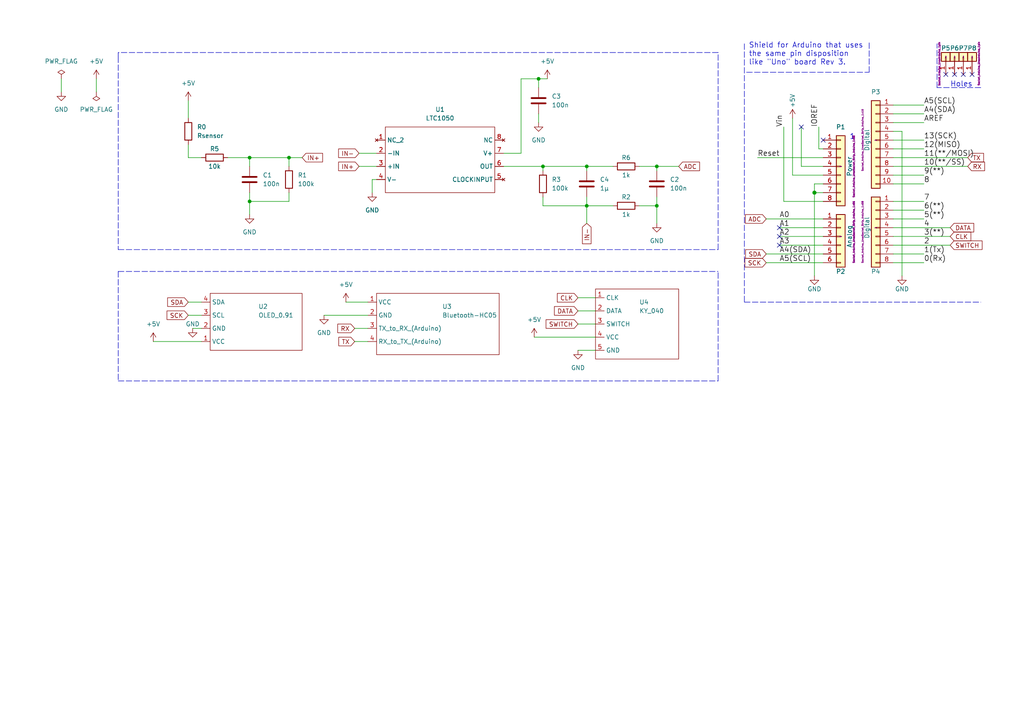
<source format=kicad_sch>
(kicad_sch (version 20211123) (generator eeschema)
  (paper "A4")
  (title_block (date "lun. 30 mars 2015"))
  (lib_symbols
    (symbol "Connector_Generic:Conn_01x01" (pin_names (offset 1.016) hide)
      (property "Reference" "J" (at 0 2.54 0))
      (property "Value" "Conn_01x01" (at 0 -2.54 0))
      (symbol "Conn_01x01_1_1"
        (rectangle (start -1.27 0.127) (end 0 -0.127) (stroke (width 0.1524)))
        (rectangle (start -1.27 1.27) (end 1.27 -1.27) (stroke (width 0.254)) (fill (type background)))
        (pin passive line (at -5.08 0 0) (length 3.81) (name "Pin_1") (number "1"))
      )
    )
    (symbol "Connector_Generic:Conn_01x06" (pin_names (offset 1.016) hide)
      (property "Reference" "J" (at 0 7.62 0))
      (property "Value" "Conn_01x06" (at 0 -10.16 0))
      (symbol "Conn_01x06_1_1"
        (rectangle (start -1.27 -7.493) (end 0 -7.747) (stroke (width 0.1524)))
        (rectangle (start -1.27 -4.953) (end 0 -5.207) (stroke (width 0.1524)))
        (rectangle (start -1.27 -2.413) (end 0 -2.667) (stroke (width 0.1524)))
        (rectangle (start -1.27 0.127) (end 0 -0.127) (stroke (width 0.1524)))
        (rectangle (start -1.27 2.667) (end 0 2.413) (stroke (width 0.1524)))
        (rectangle (start -1.27 5.207) (end 0 4.953) (stroke (width 0.1524)))
        (rectangle (start -1.27 6.35) (end 1.27 -8.89) (stroke (width 0.254)) (fill (type background)))
        (pin passive line (at -5.08 5.08 0) (length 3.81) (name "Pin_1") (number "1"))
        (pin passive line (at -5.08 2.54 0) (length 3.81) (name "Pin_2") (number "2"))
        (pin passive line (at -5.08 0 0) (length 3.81) (name "Pin_3") (number "3"))
        (pin passive line (at -5.08 -2.54 0) (length 3.81) (name "Pin_4") (number "4"))
        (pin passive line (at -5.08 -5.08 0) (length 3.81) (name "Pin_5") (number "5"))
        (pin passive line (at -5.08 -7.62 0) (length 3.81) (name "Pin_6") (number "6"))
      )
    )
    (symbol "Connector_Generic:Conn_01x08" (pin_names (offset 1.016) hide)
      (property "Reference" "J" (at 0 10.16 0))
      (property "Value" "Conn_01x08" (at 0 -12.7 0))
      (symbol "Conn_01x08_1_1"
        (rectangle (start -1.27 -10.033) (end 0 -10.287) (stroke (width 0.1524)))
        (rectangle (start -1.27 -7.493) (end 0 -7.747) (stroke (width 0.1524)))
        (rectangle (start -1.27 -4.953) (end 0 -5.207) (stroke (width 0.1524)))
        (rectangle (start -1.27 -2.413) (end 0 -2.667) (stroke (width 0.1524)))
        (rectangle (start -1.27 0.127) (end 0 -0.127) (stroke (width 0.1524)))
        (rectangle (start -1.27 2.667) (end 0 2.413) (stroke (width 0.1524)))
        (rectangle (start -1.27 5.207) (end 0 4.953) (stroke (width 0.1524)))
        (rectangle (start -1.27 7.747) (end 0 7.493) (stroke (width 0.1524)))
        (rectangle (start -1.27 8.89) (end 1.27 -11.43) (stroke (width 0.254)) (fill (type background)))
        (pin passive line (at -5.08 7.62 0) (length 3.81) (name "Pin_1") (number "1"))
        (pin passive line (at -5.08 5.08 0) (length 3.81) (name "Pin_2") (number "2"))
        (pin passive line (at -5.08 2.54 0) (length 3.81) (name "Pin_3") (number "3"))
        (pin passive line (at -5.08 0 0) (length 3.81) (name "Pin_4") (number "4"))
        (pin passive line (at -5.08 -2.54 0) (length 3.81) (name "Pin_5") (number "5"))
        (pin passive line (at -5.08 -5.08 0) (length 3.81) (name "Pin_6") (number "6"))
        (pin passive line (at -5.08 -7.62 0) (length 3.81) (name "Pin_7") (number "7"))
        (pin passive line (at -5.08 -10.16 0) (length 3.81) (name "Pin_8") (number "8"))
      )
    )
    (symbol "Connector_Generic:Conn_01x10" (pin_names (offset 1.016) hide)
      (property "Reference" "J" (at 0 12.7 0))
      (property "Value" "Conn_01x10" (at 0 -15.24 0))
      (symbol "Conn_01x10_1_1"
        (rectangle (start -1.27 -12.573) (end 0 -12.827) (stroke (width 0.1524)))
        (rectangle (start -1.27 -10.033) (end 0 -10.287) (stroke (width 0.1524)))
        (rectangle (start -1.27 -7.493) (end 0 -7.747) (stroke (width 0.1524)))
        (rectangle (start -1.27 -4.953) (end 0 -5.207) (stroke (width 0.1524)))
        (rectangle (start -1.27 -2.413) (end 0 -2.667) (stroke (width 0.1524)))
        (rectangle (start -1.27 0.127) (end 0 -0.127) (stroke (width 0.1524)))
        (rectangle (start -1.27 2.667) (end 0 2.413) (stroke (width 0.1524)))
        (rectangle (start -1.27 5.207) (end 0 4.953) (stroke (width 0.1524)))
        (rectangle (start -1.27 7.747) (end 0 7.493) (stroke (width 0.1524)))
        (rectangle (start -1.27 10.287) (end 0 10.033) (stroke (width 0.1524)))
        (rectangle (start -1.27 11.43) (end 1.27 -13.97) (stroke (width 0.254)) (fill (type background)))
        (pin passive line (at -5.08 10.16 0) (length 3.81) (name "Pin_1") (number "1"))
        (pin passive line (at -5.08 -12.7 0) (length 3.81) (name "Pin_10") (number "10"))
        (pin passive line (at -5.08 7.62 0) (length 3.81) (name "Pin_2") (number "2"))
        (pin passive line (at -5.08 5.08 0) (length 3.81) (name "Pin_3") (number "3"))
        (pin passive line (at -5.08 2.54 0) (length 3.81) (name "Pin_4") (number "4"))
        (pin passive line (at -5.08 0 0) (length 3.81) (name "Pin_5") (number "5"))
        (pin passive line (at -5.08 -2.54 0) (length 3.81) (name "Pin_6") (number "6"))
        (pin passive line (at -5.08 -5.08 0) (length 3.81) (name "Pin_7") (number "7"))
        (pin passive line (at -5.08 -7.62 0) (length 3.81) (name "Pin_8") (number "8"))
        (pin passive line (at -5.08 -10.16 0) (length 3.81) (name "Pin_9") (number "9"))
      )
    )
    (symbol "Device:C" (pin_numbers hide) (pin_names (offset 0.254))
      (property "Reference" "C" (at 0.635 2.54 0))
      (property "Value" "C" (at 0.635 -2.54 0))
      (symbol "C_0_1"
        (polyline (pts (xy -2.032 -0.762) (xy 2.032 -0.762)) (stroke (width 0.508)))
        (polyline (pts (xy -2.032 0.762) (xy 2.032 0.762)) (stroke (width 0.508)))
      )
      (symbol "C_1_1"
        (pin passive line (at 0 3.81 270) (length 2.794) (name "~") (number "1"))
        (pin passive line (at 0 -3.81 90) (length 2.794) (name "~") (number "2"))
      )
    )
    (symbol "Device:R" (pin_numbers hide) (pin_names (offset 0))
      (property "Reference" "R" (at 2.032 0 90))
      (property "Value" "R" (at 0 0 90))
      (symbol "R_0_1"
        (rectangle (start -1.016 -2.54) (end 1.016 2.54) (stroke (width 0.254)))
      )
      (symbol "R_1_1"
        (pin passive line (at 0 3.81 270) (length 1.27) (name "~") (number "1"))
        (pin passive line (at 0 -3.81 90) (length 1.27) (name "~") (number "2"))
      )
    )
    (symbol "Librairie_Capteur_graphite:Bluetooth-HC05"
      (property "Reference" "U" (at 0 0 0))
      (property "Value" "Bluetooth-HC05" (at 0 0 0))
      (symbol "Bluetooth-HC05_0_1"
        (rectangle (start -19.05 -3.81) (end 16.51 -21.59))
      )
      (symbol "Bluetooth-HC05_1_1"
        (pin input line (at -21.59 -6.35 0) (length 2.54) (name "VCC") (number "1"))
        (pin input line (at -21.59 -10.16 0) (length 2.54) (name "GND") (number "2"))
        (pin input line (at -21.59 -13.97 0) (length 2.54) (name "TX_to_RX_(Arduino)") (number "3"))
        (pin input line (at -21.59 -17.78 0) (length 2.54) (name "RX_to_TX_(Arduino)") (number "4"))
      )
    )
    (symbol "Librairie_Capteur_graphite:KY_040"
      (property "Reference" "U" (at 0 0 0))
      (property "Value" "KY_040" (at 0 0 0))
      (symbol "KY_040_0_1"
        (rectangle (start -12.7 -2.54) (end 11.43 -22.86))
      )
      (symbol "KY_040_1_1"
        (pin input line (at -12.7 -5.08 0) (length 2.54) (name "CLK") (number "1"))
        (pin input line (at -12.7 -8.89 0) (length 2.54) (name "DATA") (number "2"))
        (pin input line (at -12.7 -12.7 0) (length 2.54) (name "SWITCH") (number "3"))
        (pin input line (at -12.7 -16.51 0) (length 2.54) (name "VCC") (number "4"))
        (pin input line (at -12.7 -20.32 0) (length 2.54) (name "GND") (number "5"))
      )
    )
    (symbol "Librairie_Capteur_graphite:LTC1050"
      (property "Reference" "U1" (at -0.635 2.54 0))
      (property "Value" "LTC1050" (at -0.635 0 0))
      (symbol "LTC1050_0_1"
        (rectangle (start -16.51 -2.54) (end 15.24 -21.59))
      )
      (symbol "LTC1050_1_1"
        (pin no_connect line (at -19.05 -6.35 0) (length 2.54) (name "NC_2") (number "1"))
        (pin input line (at -19.05 -10.16 0) (length 2.54) (name "-IN") (number "2"))
        (pin input line (at -19.05 -13.97 0) (length 2.54) (name "+IN") (number "3"))
        (pin input line (at -19.05 -17.78 0) (length 2.54) (name "V-") (number "4"))
        (pin no_connect line (at 17.78 -17.78 180) (length 2.54) (name "CLOCKINPUT") (number "5"))
        (pin bidirectional line (at 17.78 -13.97 180) (length 2.54) (name "OUT") (number "6"))
        (pin input line (at 17.78 -10.16 180) (length 2.54) (name "V+") (number "7"))
        (pin no_connect line (at 17.78 -6.35 180) (length 2.54) (name "NC") (number "8"))
      )
    )
    (symbol "Librairie_Capteur_graphite:OLED_0.91"
      (property "Reference" "U2" (at 0 -6.35 0))
      (property "Value" "OLED_0.91" (at 0 -8.89 0))
      (symbol "OLED_0.91_0_1"
        (rectangle (start -13.97 -2.54) (end 12.7 -19.05))
      )
      (symbol "OLED_0.91_1_1"
        (pin input line (at -16.51 -16.51 0) (length 2.54) (name "VCC") (number "1"))
        (pin input line (at -16.51 -12.7 0) (length 2.54) (name "GND") (number "2"))
        (pin input line (at -16.51 -8.89 0) (length 2.54) (name "SCL") (number "3"))
        (pin input line (at -16.51 -5.08 0) (length 2.54) (name "SDA") (number "4"))
      )
    )
    (symbol "power:+5V" (power) (pin_names (offset 0))
      (property "Value" "+5V" (at 0 3.556 0))
      (symbol "+5V_0_1"
        (polyline (pts (xy -0.762 1.27) (xy 0 2.54)))
        (polyline (pts (xy 0 0) (xy 0 2.54)))
        (polyline (pts (xy 0 2.54) (xy 0.762 1.27)))
      )
      (symbol "+5V_1_1"
        (pin power_in line (at 0 0 90) (length 0) hide (name "+5V") (number "1"))
      )
    )
    (symbol "power:GND" (power) (pin_names (offset 0))
      (property "Value" "GND" (at 0 -3.81 0))
      (symbol "GND_0_1"
        (polyline (pts (xy 0 0) (xy 0 -1.27) (xy 1.27 -1.27) (xy 0 -2.54) (xy -1.27 -1.27) (xy 0 -1.27)))
      )
      (symbol "GND_1_1"
        (pin power_in line (at 0 0 270) (length 0) hide (name "GND") (number "1"))
      )
    )
    (symbol "power:PWR_FLAG" (power) (pin_numbers hide) (pin_names (offset 0) hide)
      (property "Value" "PWR_FLAG" (at 0 3.81 0))
      (symbol "PWR_FLAG_0_0"
        (pin power_out line (at 0 0 90) (length 0) (name "pwr") (number "1"))
      )
      (symbol "PWR_FLAG_0_1"
        (polyline (pts (xy 0 0) (xy 0 1.27) (xy -1.016 1.905) (xy 0 2.54) (xy 1.016 1.905) (xy 0 1.27)))
      )
    )
  )
  (junction (at 156.21 22.86))
  (junction (at 170.18 59.69))
  (junction (at 83.82 45.72))
  (junction (at 236.22 55.88) (diameter 1.016))
  (junction (at 190.5 59.69))
  (junction (at 72.39 58.42))
  (junction (at 157.48 48.26))
  (junction (at 170.18 48.26))
  (junction (at 72.39 45.72))
  (junction (at 190.5 48.26))
  (no_connect (at 279.4 21.59))
  (no_connect (at 274.32 21.59))
  (no_connect (at 232.41 36.83))
  (no_connect (at 276.86 21.59))
  (no_connect (at 226.06 68.58))
  (no_connect (at 226.06 66.04))
  (no_connect (at 226.06 71.12))
  (no_connect (at 281.94 21.59))
  (no_connect (at 238.76 40.64))
  (wire (pts (xy 238.76 48.26) (xy 232.41 48.26)))
  (wire (pts (xy 259.08 66.04) (xy 275.59 66.04)))
  (wire (pts (xy 238.76 71.12) (xy 226.06 71.12)))
  (polyline (pts (xy 34.29 78.74) (xy 34.29 110.49)))
  (polyline (pts (xy 252.095 20.955) (xy 252.095 12.065)) (stroke (width 0) (type dash)))
  (wire (pts (xy 170.18 48.26) (xy 170.18 49.53)))
  (wire (pts (xy 104.14 48.26) (xy 109.22 48.26)))
  (wire (pts (xy 259.08 63.5) (xy 267.97 63.5)))
  (wire (pts (xy 154.94 97.79) (xy 172.72 97.79)))
  (wire (pts (xy 167.64 101.6) (xy 172.72 101.6)))
  (wire (pts (xy 157.48 57.15) (xy 157.48 59.69)))
  (polyline (pts (xy 34.29 15.24) (xy 34.29 16.51)))
  (wire (pts (xy 83.82 45.72) (xy 83.82 48.26)))
  (wire (pts (xy 236.22 53.34) (xy 236.22 55.88)))
  (wire (pts (xy 156.21 22.86) (xy 158.75 22.86)))
  (wire (pts (xy 72.39 55.88) (xy 72.39 58.42)))
  (wire (pts (xy 259.08 43.18) (xy 267.97 43.18)))
  (wire (pts (xy 261.62 38.1) (xy 261.62 80.01)))
  (wire (pts (xy 238.76 53.34) (xy 236.22 53.34)))
  (polyline (pts (xy 34.29 16.51) (xy 34.29 72.39)))
  (wire (pts (xy 54.61 87.63) (xy 58.42 87.63)))
  (wire (pts (xy 259.08 53.34) (xy 267.97 53.34)))
  (wire (pts (xy 237.49 43.18) (xy 238.76 43.18)))
  (wire (pts (xy 238.76 50.8) (xy 229.87 50.8)))
  (polyline (pts (xy 208.28 72.39) (xy 208.28 15.24)))
  (wire (pts (xy 102.87 99.06) (xy 106.68 99.06)))
  (wire (pts (xy 190.5 57.15) (xy 190.5 59.69)))
  (wire (pts (xy 259.08 40.64) (xy 267.97 40.64)))
  (polyline (pts (xy 34.29 110.49) (xy 208.28 110.49)))
  (polyline (pts (xy 208.28 15.24) (xy 34.29 15.24)))
  (wire (pts (xy 259.08 58.42) (xy 267.97 58.42)))
  (wire (pts (xy 238.76 66.04) (xy 226.06 66.04)))
  (wire (pts (xy 83.82 45.72) (xy 87.63 45.72)))
  (wire (pts (xy 259.08 30.48) (xy 267.97 30.48)))
  (wire (pts (xy 17.78 22.86) (xy 17.78 26.67)))
  (wire (pts (xy 170.18 48.26) (xy 177.8 48.26)))
  (wire (pts (xy 185.42 48.26) (xy 190.5 48.26)))
  (wire (pts (xy 107.95 52.07) (xy 107.95 55.88)))
  (wire (pts (xy 259.08 68.58) (xy 275.59 68.58)))
  (wire (pts (xy 238.76 58.42) (xy 227.33 58.42)))
  (wire (pts (xy 93.98 91.44) (xy 106.68 91.44)))
  (wire (pts (xy 157.48 48.26) (xy 170.18 48.26)))
  (wire (pts (xy 157.48 48.26) (xy 157.48 49.53)))
  (wire (pts (xy 222.25 63.5) (xy 238.76 63.5)))
  (wire (pts (xy 44.45 99.06) (xy 58.42 99.06)))
  (wire (pts (xy 259.08 45.72) (xy 280.67 45.72)))
  (wire (pts (xy 222.25 73.66) (xy 238.76 73.66)))
  (wire (pts (xy 100.33 87.63) (xy 106.68 87.63)))
  (wire (pts (xy 177.8 59.69) (xy 170.18 59.69)))
  (wire (pts (xy 156.21 25.4) (xy 156.21 22.86)))
  (wire (pts (xy 54.61 29.21) (xy 54.61 34.29)))
  (polyline (pts (xy 208.28 110.49) (xy 208.28 78.74)))
  (polyline (pts (xy 284.48 25.4) (xy 271.78 25.4)) (stroke (width 0) (type dash)))
  (wire (pts (xy 167.64 86.36) (xy 172.72 86.36)))
  (wire (pts (xy 72.39 45.72) (xy 72.39 48.26)))
  (wire (pts (xy 238.76 45.72) (xy 219.71 45.72)))
  (wire (pts (xy 259.08 38.1) (xy 261.62 38.1)))
  (wire (pts (xy 238.76 55.88) (xy 236.22 55.88)))
  (wire (pts (xy 259.08 50.8) (xy 267.97 50.8)))
  (wire (pts (xy 72.39 58.42) (xy 72.39 62.23)))
  (wire (pts (xy 72.39 45.72) (xy 83.82 45.72)))
  (wire (pts (xy 259.08 71.12) (xy 275.59 71.12)))
  (wire (pts (xy 236.22 55.88) (xy 236.22 80.01)))
  (wire (pts (xy 227.33 58.42) (xy 227.33 36.83)))
  (wire (pts (xy 27.94 22.86) (xy 27.94 26.67)))
  (wire (pts (xy 167.64 93.98) (xy 172.72 93.98)))
  (wire (pts (xy 151.13 44.45) (xy 146.05 44.45)))
  (polyline (pts (xy 34.29 72.39) (xy 208.28 72.39)))
  (polyline (pts (xy 215.9 87.63) (xy 284.48 87.63)) (stroke (width 0) (type dash)))
  (wire (pts (xy 146.05 48.26) (xy 157.48 48.26)))
  (wire (pts (xy 222.25 76.2) (xy 238.76 76.2)))
  (wire (pts (xy 259.08 73.66) (xy 267.97 73.66)))
  (polyline (pts (xy 271.78 25.4) (xy 271.78 12.7)) (stroke (width 0) (type dash)))
  (wire (pts (xy 109.22 52.07) (xy 107.95 52.07)))
  (wire (pts (xy 190.5 48.26) (xy 196.85 48.26)))
  (wire (pts (xy 259.08 60.96) (xy 267.97 60.96)))
  (wire (pts (xy 156.21 22.86) (xy 151.13 22.86)))
  (wire (pts (xy 104.14 44.45) (xy 109.22 44.45)))
  (wire (pts (xy 229.87 50.8) (xy 229.87 34.29)))
  (wire (pts (xy 54.61 91.44) (xy 58.42 91.44)))
  (polyline (pts (xy 34.29 78.74) (xy 208.28 78.74)))
  (wire (pts (xy 151.13 22.86) (xy 151.13 44.45)))
  (wire (pts (xy 170.18 59.69) (xy 157.48 59.69)))
  (wire (pts (xy 259.08 33.02) (xy 267.97 33.02)))
  (wire (pts (xy 170.18 57.15) (xy 170.18 59.69)))
  (wire (pts (xy 156.21 33.02) (xy 156.21 35.56)))
  (wire (pts (xy 259.08 35.56) (xy 267.97 35.56)))
  (polyline (pts (xy 215.9 12.7) (xy 215.9 87.63)) (stroke (width 0) (type dash)))
  (wire (pts (xy 185.42 59.69) (xy 190.5 59.69)))
  (wire (pts (xy 170.18 59.69) (xy 170.18 64.77)))
  (wire (pts (xy 55.88 95.25) (xy 58.42 95.25)))
  (wire (pts (xy 232.41 48.26) (xy 232.41 36.83)))
  (wire (pts (xy 66.04 45.72) (xy 72.39 45.72)))
  (wire (pts (xy 237.49 36.83) (xy 237.49 43.18)))
  (wire (pts (xy 54.61 45.72) (xy 58.42 45.72)))
  (wire (pts (xy 72.39 58.42) (xy 83.82 58.42)))
  (wire (pts (xy 190.5 59.69) (xy 190.5 64.77)))
  (wire (pts (xy 167.64 90.17) (xy 172.72 90.17)))
  (wire (pts (xy 259.08 76.2) (xy 267.97 76.2)))
  (wire (pts (xy 259.08 48.26) (xy 280.67 48.26)))
  (wire (pts (xy 190.5 48.26) (xy 190.5 49.53)))
  (wire (pts (xy 102.87 95.25) (xy 106.68 95.25)))
  (wire (pts (xy 54.61 41.91) (xy 54.61 45.72)))
  (wire (pts (xy 83.82 58.42) (xy 83.82 55.88)))
  (wire (pts (xy 238.76 68.58) (xy 226.06 68.58)))
  (polyline (pts (xy 216.535 20.955) (xy 252.095 20.955)) (stroke (width 0) (type dash)))
  (text "Holes" (at 275.59 25.4 0) (effects (font (size 1.524 1.524)) (justify left bottom)))
  (text "Shield for Arduino that uses\nthe same pin disposition\nlike \"Uno\" board Rev 3." (at 217.17 19.05 0) (effects (font (size 1.524 1.524)) (justify left bottom)))
  (text "1" (at 246.38 40.64 0) (effects (font (size 1.524 1.524)) (justify left bottom)))
  (label "Vin" (at 227.33 36.83 90) (effects (font (size 1.524 1.524))))
  (label "0(Rx)" (at 267.97 76.2 0) (effects (font (size 1.524 1.524))))
  (label "A4(SDA)" (at 226.06 73.66 0) (effects (font (size 1.524 1.524))))
  (label "4" (at 267.97 66.04 0) (effects (font (size 1.524 1.524))))
  (label "5(**)" (at 267.97 63.5 0) (effects (font (size 1.524 1.524))))
  (label "A2" (at 226.06 68.58 0) (effects (font (size 1.524 1.524))))
  (label "A5(SCL)" (at 226.06 76.2 0) (effects (font (size 1.524 1.524))))
  (label "A0" (at 226.06 63.5 0) (effects (font (size 1.524 1.524))))
  (label "A1" (at 226.06 66.04 0) (effects (font (size 1.524 1.524))))
  (label "10(**/SS)" (at 267.97 48.26 0) (effects (font (size 1.524 1.524))))
  (label "13(SCK)" (at 267.97 40.64 0) (effects (font (size 1.524 1.524))))
  (label "7" (at 267.97 58.42 0) (effects (font (size 1.524 1.524))))
  (label "A4(SDA)" (at 267.97 33.02 0) (effects (font (size 1.524 1.524))))
  (label "A3" (at 226.06 71.12 0) (effects (font (size 1.524 1.524))))
  (label "Reset" (at 219.71 45.72 0) (effects (font (size 1.524 1.524))))
  (label "2" (at 267.97 71.12 0) (effects (font (size 1.524 1.524))))
  (label "12(MISO)" (at 267.97 43.18 0) (effects (font (size 1.524 1.524))))
  (label "3(**)" (at 267.97 68.58 0) (effects (font (size 1.524 1.524))))
  (label "9(**)" (at 267.97 50.8 0) (effects (font (size 1.524 1.524))))
  (label "8" (at 267.97 53.34 0) (effects (font (size 1.524 1.524))))
  (label "A5(SCL)" (at 267.97 30.48 0) (effects (font (size 1.524 1.524))))
  (label "IOREF" (at 237.49 36.83 90) (effects (font (size 1.524 1.524))))
  (label "AREF" (at 267.97 35.56 0) (effects (font (size 1.524 1.524))))
  (label "11(**/MOSI)" (at 267.97 45.72 0) (effects (font (size 1.524 1.524))))
  (label "1(Tx)" (at 267.97 73.66 0) (effects (font (size 1.524 1.524))))
  (label "6(**)" (at 267.97 60.96 0) (effects (font (size 1.524 1.524))))
  (global_label "CLK" (shape input) (at 275.59 68.58 0) (property "Intersheet References" "${INTERSHEET_REFS}" (effects hide)))
  (global_label "IN-" (shape input) (at 170.18 64.77 270) (property "Intersheet References" "${INTERSHEET_REFS}" (effects hide)))
  (global_label "IN-" (shape input) (at 104.14 44.45 180) (property "Intersheet References" "${INTERSHEET_REFS}" (effects hide)))
  (global_label "RX" (shape input) (at 102.87 95.25 180) (property "Intersheet References" "${INTERSHEET_REFS}" (effects hide)))
  (global_label "ADC" (shape input) (at 222.25 63.5 180) (property "Intersheet References" "${INTERSHEET_REFS}" (effects hide)))
  (global_label "DATA" (shape input) (at 275.59 66.04 0) (property "Intersheet References" "${INTERSHEET_REFS}" (effects hide)))
  (global_label "SDA" (shape input) (at 54.61 87.63 180) (property "Intersheet References" "${INTERSHEET_REFS}" (effects hide)))
  (global_label "TX" (shape input) (at 280.67 45.72 0) (property "Intersheet References" "${INTERSHEET_REFS}" (effects hide)))
  (global_label "IN+" (shape input) (at 104.14 48.26 180) (property "Intersheet References" "${INTERSHEET_REFS}" (effects hide)))
  (global_label "DATA" (shape input) (at 167.64 90.17 180) (property "Intersheet References" "${INTERSHEET_REFS}" (effects hide)))
  (global_label "SDA" (shape input) (at 222.25 73.66 180) (property "Intersheet References" "${INTERSHEET_REFS}" (effects hide)))
  (global_label "ADC" (shape input) (at 196.85 48.26 0) (property "Intersheet References" "${INTERSHEET_REFS}" (effects hide)))
  (global_label "SWITCH" (shape input) (at 275.59 71.12 0) (property "Intersheet References" "${INTERSHEET_REFS}" (effects hide)))
  (global_label "SWITCH" (shape input) (at 167.64 93.98 180) (property "Intersheet References" "${INTERSHEET_REFS}" (effects hide)))
  (global_label "RX" (shape input) (at 280.67 48.26 0) (property "Intersheet References" "${INTERSHEET_REFS}" (effects hide)))
  (global_label "IN+" (shape input) (at 87.63 45.72 0) (property "Intersheet References" "${INTERSHEET_REFS}" (effects hide)))
  (global_label "SCK" (shape input) (at 222.25 76.2 180) (property "Intersheet References" "${INTERSHEET_REFS}" (effects hide)))
  (global_label "SCK" (shape input) (at 54.61 91.44 180) (property "Intersheet References" "${INTERSHEET_REFS}" (effects hide)))
  (global_label "CLK" (shape input) (at 167.64 86.36 180) (property "Intersheet References" "${INTERSHEET_REFS}" (effects hide)))
  (global_label "TX" (shape input) (at 102.87 99.06 180) (property "Intersheet References" "${INTERSHEET_REFS}" (effects hide)))
  (symbol (lib_id "Connector_Generic:Conn_01x08") (at 243.84 48.26 0) (unit 1)
    (property "Reference" "P1" (at 243.84 36.83 0))
    (property "Value" "Power" (at 246.38 48.26 90))
    (property "Footprint" "Socket_Arduino_Uno:Socket_Strip_Arduino_1x08" (at 247.65 48.26 90) (effects (font (size 0.508 0.508))))
    (property "Datasheet" "~" (at 243.84 48.26 0))
  )
  (symbol (lib_id "power:+5V") (at 229.87 34.29 0) (unit 1)
    (property "Reference" "#PWR02" (effects hide))
    (property "Value" "+5V" (at 229.87 29.21 90))
  )
  (symbol (lib_id "power:GND") (at 236.22 80.01 0) (unit 1)
    (property "Reference" "#PWR03" (effects hide))
    (property "Value" "GND" (at 236.22 83.82 0))
  )
  (symbol (lib_id "power:GND") (at 261.62 80.01 0) (unit 1)
    (property "Reference" "#PWR04" (effects hide))
    (property "Value" "GND" (at 261.62 83.82 0))
  )
  (symbol (lib_id "Connector_Generic:Conn_01x06") (at 243.84 68.58 0) (unit 1)
    (property "Reference" "P2" (at 243.84 78.74 0))
    (property "Value" "Analog" (at 246.38 68.58 90))
    (property "Footprint" "Socket_Arduino_Uno:Socket_Strip_Arduino_1x06" (at 247.65 67.31 90) (effects (font (size 0.508 0.508))))
    (property "Datasheet" "~" (at 243.84 68.58 0))
  )
  (symbol (lib_id "Connector_Generic:Conn_01x01") (at 274.32 16.51 90) (unit 1)
    (property "Reference" "P5" (at 274.32 13.97 90))
    (property "Value" "CONN_01X01" (effects hide))
    (property "Footprint" "Socket_Arduino_Uno:Arduino_1pin" (at 272.4404 18.5166 0) (effects (font (size 0.508 0.508))))
    (property "Datasheet" "~" (at 274.32 16.51 0))
  )
  (symbol (lib_id "Connector_Generic:Conn_01x01") (at 276.86 16.51 90) (unit 1)
    (property "Reference" "P6" (at 276.86 13.97 90))
    (property "Value" "CONN_01X01" (effects hide))
    (property "Footprint" "Socket_Arduino_Uno:Arduino_1pin" (effects hide))
    (property "Datasheet" "~" (at 276.86 16.51 0))
  )
  (symbol (lib_id "Connector_Generic:Conn_01x01") (at 279.4 16.51 90) (unit 1)
    (property "Reference" "P7" (at 279.4 13.97 90))
    (property "Value" "CONN_01X01" (effects hide))
    (property "Footprint" "Socket_Arduino_Uno:Arduino_1pin" (effects hide))
    (property "Datasheet" "~" (at 279.4 16.51 0))
  )
  (symbol (lib_id "Connector_Generic:Conn_01x01") (at 281.94 16.51 90) (unit 1)
    (property "Reference" "P8" (at 281.94 13.97 90))
    (property "Value" "CONN_01X01" (effects hide))
    (property "Footprint" "Socket_Arduino_Uno:Arduino_1pin" (at 283.9212 18.4404 0) (effects (font (size 0.508 0.508))))
    (property "Datasheet" "~" (at 281.94 16.51 0))
  )
  (symbol (lib_id "Connector_Generic:Conn_01x08") (at 254 66.04 0) (mirror y) (unit 1)
    (property "Reference" "P4" (at 254 78.74 0))
    (property "Value" "Digital" (at 251.46 66.04 90))
    (property "Footprint" "Socket_Arduino_Uno:Socket_Strip_Arduino_1x08" (at 250.19 67.31 90) (effects (font (size 0.508 0.508))))
    (property "Datasheet" "~" (at 254 66.04 0))
  )
  (symbol (lib_id "Connector_Generic:Conn_01x10") (at 254 40.64 0) (mirror y) (unit 1)
    (property "Reference" "P3" (at 254 26.67 0))
    (property "Value" "Digital" (at 251.46 40.64 90))
    (property "Footprint" "Socket_Arduino_Uno:Socket_Strip_Arduino_1x10" (at 250.19 40.64 90) (effects (font (size 0.508 0.508))))
    (property "Datasheet" "~" (at 254 40.64 0))
  )
  (symbol (lib_id "power:GND") (at 17.78 26.67 0) (unit 1)
    (property "Reference" "#PWR0109" (effects hide))
    (property "Value" "GND" (at 17.78 31.75 0))
  )
  (symbol (lib_id "power:GND") (at 107.95 55.88 0) (unit 1)
    (property "Reference" "#PWR0101" (effects hide))
    (property "Value" "GND" (at 107.95 60.96 0))
  )
  (symbol (lib_id "power:GND") (at 93.98 91.44 0) (unit 1)
    (property "Reference" "#PWR0113" (effects hide))
    (property "Value" "GND" (at 93.98 96.52 0))
  )
  (symbol (lib_id "Librairie_Capteur_graphite:Bluetooth-HC05") (at 128.27 81.28 0) (unit 1)
    (property "Reference" "U3" (at 128.27 88.9 0) (effects (justify left)))
    (property "Value" "Bluetooth-HC05" (at 128.27 91.44 0) (effects (justify left)))
    (property "Footprint" "Library_Capteur_Graphite:Bluetooth_HC05" (effects hide))
  )
  (symbol (lib_id "Librairie_Capteur_graphite:KY_040") (at 185.42 81.28 0) (unit 1)
    (property "Reference" "U4" (at 185.42 87.63 0) (effects (justify left)))
    (property "Value" "KY_040" (at 185.42 90.17 0) (effects (justify left)))
    (property "Footprint" "Library_Capteur_Graphite:KY_040" (effects hide))
  )
  (symbol (lib_id "power:GND") (at 55.88 95.25 0) (unit 1)
    (property "Reference" "#PWR0110" (effects hide))
    (property "Value" "GND" (at 55.88 93.98 0))
  )
  (symbol (lib_id "Device:C") (at 156.21 29.21 0) (unit 1)
    (property "Reference" "C3" (at 160.02 27.9399 0) (effects (justify left)))
    (property "Value" "100n" (at 160.02 30.4799 0) (effects (justify left)))
    (property "Footprint" "Capacitor_THT:C_Rect_L7.0mm_W2.0mm_P5.00mm" (effects hide))
  )
  (symbol (lib_id "power:+5V") (at 154.94 97.79 0) (unit 1)
    (property "Reference" "#PWR0105" (effects hide))
    (property "Value" "+5V" (at 154.94 92.71 0))
  )
  (symbol (lib_id "power:+5V") (at 100.33 87.63 0) (unit 1)
    (property "Reference" "#PWR0114" (effects hide))
    (property "Value" "+5V" (at 100.33 82.55 0))
  )
  (symbol (lib_id "Device:R") (at 54.61 38.1 0) (unit 1)
    (property "Reference" "R0" (at 57.15 36.8299 0) (effects (justify left)))
    (property "Value" "Rsensor" (at 57.15 39.3699 0) (effects (justify left)))
    (property "Footprint" "Resistor_THT:R_Axial_DIN0207_L6.3mm_D2.5mm_P7.62mm_Horizontal" (effects hide))
  )
  (symbol (lib_id "Device:C") (at 190.5 53.34 0) (unit 1)
    (property "Reference" "C2" (at 194.31 52.0699 0) (effects (justify left)))
    (property "Value" "100n" (at 194.31 54.6099 0) (effects (justify left)))
    (property "Footprint" "Capacitor_THT:C_Rect_L7.0mm_W2.0mm_P5.00mm" (effects hide))
  )
  (symbol (lib_id "Librairie_Capteur_graphite:LTC1050") (at 128.27 34.29 0) (unit 1)
    (property "Reference" "U1" (at 127.635 31.75 0))
    (property "Value" "LTC1050" (at 127.635 34.29 0))
    (property "Footprint" "Library_Capteur_Graphite:LTC1050" (effects hide))
  )
  (symbol (lib_id "power:GND") (at 167.64 101.6 0) (unit 1)
    (property "Reference" "#PWR0106" (effects hide))
    (property "Value" "GND" (at 167.64 106.68 0))
  )
  (symbol (lib_id "power:+5V") (at 27.94 22.86 0) (unit 1)
    (property "Reference" "#PWR0108" (effects hide))
    (property "Value" "+5V" (at 27.94 17.78 0))
  )
  (symbol (lib_id "power:+5V") (at 54.61 29.21 0) (unit 1)
    (property "Reference" "#PWR0112" (effects hide))
    (property "Value" "+5V" (at 54.61 24.13 0))
  )
  (symbol (lib_id "power:+5V") (at 44.45 99.06 0) (unit 1)
    (property "Reference" "#PWR0111" (effects hide))
    (property "Value" "+5V" (at 44.45 93.98 0))
  )
  (symbol (lib_id "Device:R") (at 181.61 59.69 90) (unit 1)
    (property "Reference" "R2" (at 181.61 57.15 90))
    (property "Value" "1k" (at 181.61 62.23 90))
    (property "Footprint" "Resistor_THT:R_Axial_DIN0204_L3.6mm_D1.6mm_P7.62mm_Horizontal" (effects hide))
  )
  (symbol (lib_id "power:GND") (at 72.39 62.23 0) (unit 1)
    (property "Reference" "#PWR0107" (effects hide))
    (property "Value" "GND" (at 72.39 67.31 0))
  )
  (symbol (lib_id "Device:R") (at 83.82 52.07 0) (unit 1)
    (property "Reference" "R1" (at 86.36 50.7999 0) (effects (justify left)))
    (property "Value" "100k" (at 86.36 53.3399 0) (effects (justify left)))
    (property "Footprint" "Resistor_THT:R_Axial_DIN0207_L6.3mm_D2.5mm_P7.62mm_Horizontal" (effects hide))
  )
  (symbol (lib_id "Device:R") (at 62.23 45.72 90) (unit 1)
    (property "Reference" "R5" (at 62.23 43.18 90))
    (property "Value" "10k" (at 62.23 48.26 90))
    (property "Footprint" "Resistor_THT:R_Axial_DIN0207_L6.3mm_D2.5mm_P7.62mm_Horizontal" (effects hide))
  )
  (symbol (lib_id "Device:R") (at 157.48 53.34 0) (unit 1)
    (property "Reference" "R3" (at 160.02 52.0699 0) (effects (justify left)))
    (property "Value" "100k" (at 160.02 54.6099 0) (effects (justify left)))
    (property "Footprint" "Resistor_THT:R_Axial_DIN0207_L6.3mm_D2.5mm_P7.62mm_Horizontal" (effects hide))
  )
  (symbol (lib_id "power:PWR_FLAG") (at 17.78 22.86 0) (unit 1)
    (property "Reference" "#FLG0101" (effects hide))
    (property "Value" "PWR_FLAG" (at 17.78 17.78 0))
  )
  (symbol (lib_id "power:GND") (at 156.21 35.56 0) (unit 1)
    (property "Reference" "#PWR0102" (effects hide))
    (property "Value" "GND" (at 156.21 40.64 0))
  )
  (symbol (lib_id "Device:C") (at 170.18 53.34 0) (unit 1)
    (property "Reference" "C4" (at 173.99 52.0699 0) (effects (justify left)))
    (property "Value" "1µ" (at 173.99 54.6099 0) (effects (justify left)))
    (property "Footprint" "Capacitor_THT:C_Rect_L7.0mm_W2.0mm_P5.00mm" (effects hide))
  )
  (symbol (lib_id "Device:C") (at 72.39 52.07 0) (unit 1)
    (property "Reference" "C1" (at 76.2 50.7999 0) (effects (justify left)))
    (property "Value" "100n" (at 76.2 53.3399 0) (effects (justify left)))
    (property "Footprint" "Capacitor_THT:C_Rect_L7.0mm_W2.0mm_P5.00mm" (effects hide))
  )
  (symbol (lib_id "power:+5V") (at 158.75 22.86 0) (unit 1)
    (property "Reference" "#PWR0103" (effects hide))
    (property "Value" "+5V" (at 158.75 17.78 0))
  )
  (symbol (lib_id "power:PWR_FLAG") (at 27.94 26.67 180) (unit 1)
    (property "Reference" "#FLG0102" (effects hide))
    (property "Value" "PWR_FLAG" (at 27.94 31.75 0))
  )
  (symbol (lib_id "Device:R") (at 181.61 48.26 90) (unit 1)
    (property "Reference" "R6" (at 181.61 45.72 90))
    (property "Value" "1k" (at 181.61 50.8 90))
    (property "Footprint" "Resistor_THT:R_Axial_DIN0204_L3.6mm_D1.6mm_P5.08mm_Horizontal" (effects hide))
  )
  (symbol (lib_id "Librairie_Capteur_graphite:OLED_0.91") (at 74.93 82.55 0) (unit 1)
    (property "Reference" "U2" (at 74.93 88.9 0) (effects (justify left)))
    (property "Value" "OLED_0.91" (at 74.93 91.44 0) (effects (justify left)))
    (property "Footprint" "Library_Capteur_Graphite:OLED" (effects hide))
  )
  (symbol (lib_id "power:GND") (at 190.5 64.77 0) (unit 1)
    (property "Reference" "#PWR0104" (effects hide))
    (property "Value" "GND" (at 190.5 69.85 0))
  )
)
</source>
